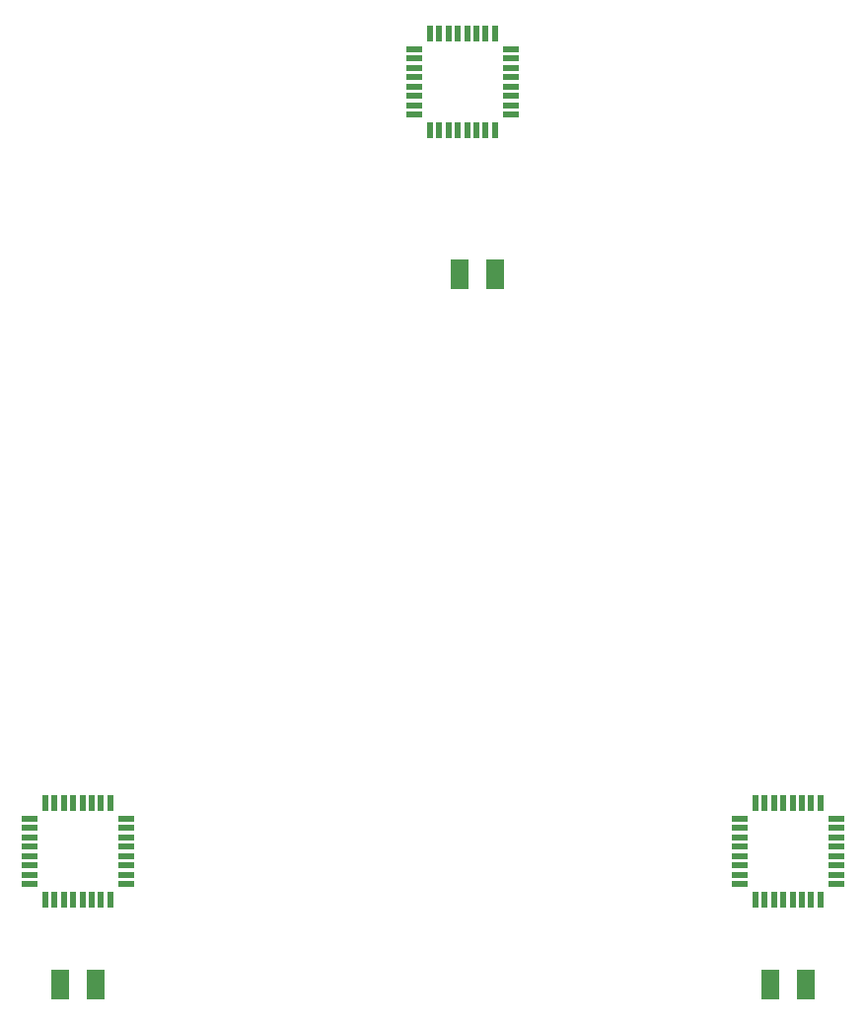
<source format=gbr>
G04 EAGLE Gerber RS-274X export*
G75*
%MOMM*%
%FSLAX34Y34*%
%LPD*%
%INSolderpaste Top*%
%IPPOS*%
%AMOC8*
5,1,8,0,0,1.08239X$1,22.5*%
G01*
%ADD10R,1.470000X0.550000*%
%ADD11R,0.550000X1.470000*%
%ADD12R,1.500000X2.600000*%


D10*
X346500Y-345500D03*
X346500Y-337500D03*
X346500Y-329500D03*
X346500Y-321500D03*
X346500Y-313500D03*
X346500Y-305500D03*
X346500Y-297500D03*
X346500Y-289500D03*
D11*
X332800Y-275800D03*
X324800Y-275800D03*
X316800Y-275800D03*
X308800Y-275800D03*
X300800Y-275800D03*
X292800Y-275800D03*
X284800Y-275800D03*
X276800Y-275800D03*
D10*
X263100Y-289500D03*
X263100Y-297500D03*
X263100Y-305500D03*
X263100Y-313500D03*
X263100Y-321500D03*
X263100Y-329500D03*
X263100Y-337500D03*
X263100Y-345500D03*
D11*
X276800Y-359200D03*
X284800Y-359200D03*
X292800Y-359200D03*
X300800Y-359200D03*
X308800Y-359200D03*
X316800Y-359200D03*
X324800Y-359200D03*
X332800Y-359200D03*
D10*
X-16300Y370900D03*
X-16300Y362900D03*
X-16300Y354900D03*
X-16300Y346900D03*
X-16300Y338900D03*
X-16300Y330900D03*
X-16300Y322900D03*
X-16300Y314900D03*
D11*
X-2600Y301200D03*
X5400Y301200D03*
X13400Y301200D03*
X21400Y301200D03*
X29400Y301200D03*
X37400Y301200D03*
X45400Y301200D03*
X53400Y301200D03*
D10*
X67100Y314900D03*
X67100Y322900D03*
X67100Y330900D03*
X67100Y338900D03*
X67100Y346900D03*
X67100Y354900D03*
X67100Y362900D03*
X67100Y370900D03*
D11*
X53400Y384600D03*
X45400Y384600D03*
X37400Y384600D03*
X29400Y384600D03*
X21400Y384600D03*
X13400Y384600D03*
X5400Y384600D03*
X-2600Y384600D03*
X-332800Y-359200D03*
X-324800Y-359200D03*
X-316800Y-359200D03*
X-308800Y-359200D03*
X-300800Y-359200D03*
X-292800Y-359200D03*
X-284800Y-359200D03*
X-276800Y-359200D03*
D10*
X-263100Y-345500D03*
X-263100Y-337500D03*
X-263100Y-329500D03*
X-263100Y-321500D03*
X-263100Y-313500D03*
X-263100Y-305500D03*
X-263100Y-297500D03*
X-263100Y-289500D03*
D11*
X-276800Y-275800D03*
X-284800Y-275800D03*
X-292800Y-275800D03*
X-300800Y-275800D03*
X-308800Y-275800D03*
X-316800Y-275800D03*
X-324800Y-275800D03*
X-332800Y-275800D03*
D10*
X-346500Y-289500D03*
X-346500Y-297500D03*
X-346500Y-305500D03*
X-346500Y-313500D03*
X-346500Y-321500D03*
X-346500Y-329500D03*
X-346500Y-337500D03*
X-346500Y-345500D03*
D12*
X319800Y-431800D03*
X289800Y-431800D03*
X53100Y177800D03*
X23100Y177800D03*
X-319800Y-431800D03*
X-289800Y-431800D03*
M02*

</source>
